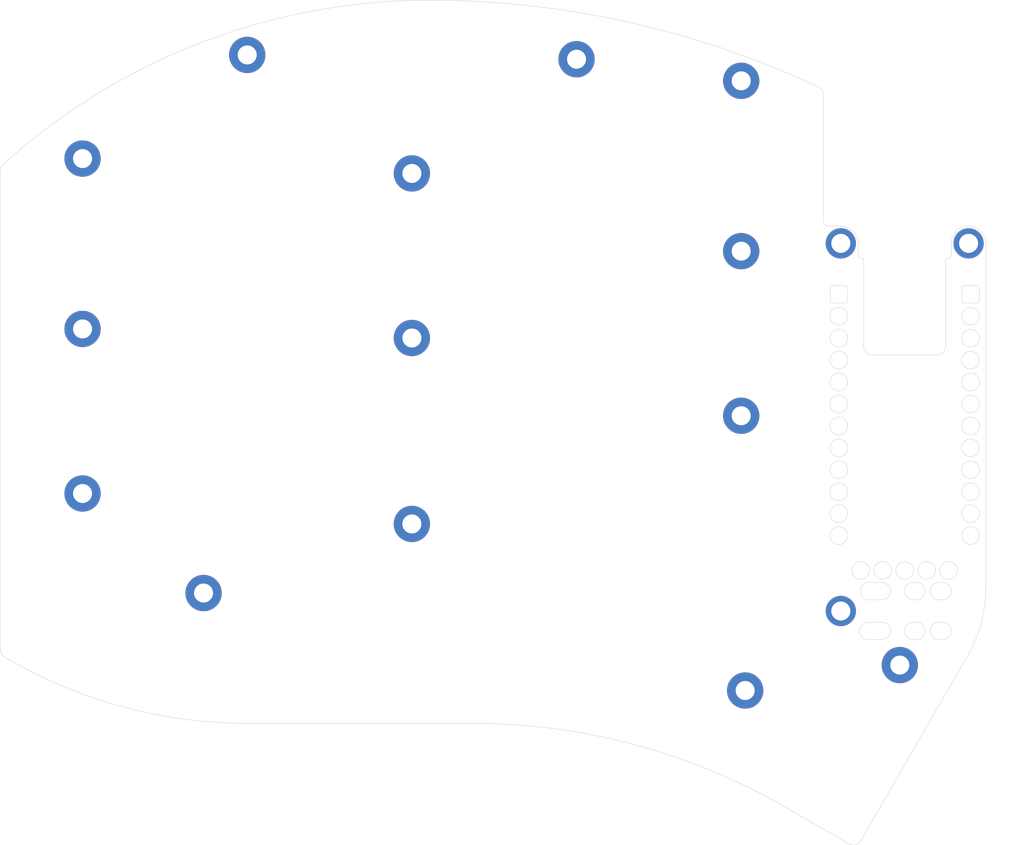
<source format=kicad_pcb>
(kicad_pcb (version 20221018) (generator pcbnew)
  (layers (0 "F.Cu" signal) (31 "B.Cu" signal) (34 "B.Paste" user) (35 "F.Paste" user) (36 "B.SilkS" user "B.Silkscreen") (37 "F.SilkS" user "F.Silkscreen") (38 "B.Mask" user) (39 "F.Mask" user) (44 "Edge.Cuts" user))
  (net 0 "")
  (net 1 "GND")
  (footprint "tako:M2_hole_4.2mm" (layer "F.Cu") (at 163.844577 65)
    (fp_text reference "H1" hide)
    (fp_text value "MountingHole" hide)
    (pad "" thru_hole circle (at 0 0) (size 4.2 4.2) (drill 2.2) (layers "*.Cu" "*.Mask") (net 1 "GND"))
  )
  (footprint "tako:M2_hole_4.2mm" (layer "F.Cu") (at 220.994586 53.5)
    (fp_text reference "H9" hide)
    (fp_text value "MountingHole" hide)
    (pad "" thru_hole circle (at 0 0) (size 4.2 4.2) (drill 2.2) (layers "*.Cu" "*.Mask") (net 1 "GND"))
  )
  (footprint "tako:M2_hole_4.2mm" (layer "F.Cu") (at 240.044584 56)
    (fp_text reference "H10" hide)
    (fp_text value "MountingHole" hide)
    (pad "" thru_hole circle (at 0 0) (size 4.2 4.2) (drill 2.2) (layers "*.Cu" "*.Mask") (net 1 "GND"))
  )
  (footprint "tako:M2_hole_4.2mm" (layer "F.Cu") (at 240.502931 126.577037 -22.5)
    (fp_text reference "H13" hide)
    (fp_text value "MountingHole" hide)
    (pad "" thru_hole circle (at 0 0 337.5) (size 4.2 4.2) (drill 2.2) (layers "*.Cu" "*.Mask") (net 1 "GND"))
  )
  (footprint "tako:M2_hole_4.2mm" (layer "F.Cu") (at 163.844575 84.719433)
    (fp_text reference "H2" hide)
    (fp_text value "MountingHole" hide)
    (pad "" thru_hole circle (at 0 0) (size 4.2 4.2) (drill 2.2) (layers "*.Cu" "*.Mask") (net 1 "GND"))
  )
  (footprint "tako:M2_hole_4.2mm" (layer "F.Cu") (at 177.844584 115.294441)
    (fp_text reference "H5" hide)
    (fp_text value "MountingHole" hide)
    (pad "" thru_hole circle (at 0 0) (size 4.2 4.2) (drill 2.2) (layers "*.Cu" "*.Mask") (net 1 "GND"))
  )
  (footprint "tako:M2_hole_3.5mm" (layer "F.Cu") (at 251.569035 74.814474)
    (fp_text reference "H15" hide)
    (fp_text value "MountingHole" hide)
    (pad "" thru_hole circle (at 0 0) (size 3.5 3.5) (drill 2.2) (layers "*.Cu" "*.Mask") (net 1 "GND"))
  )
  (footprint "tako:TRRS-PJ-320A_cutout" (layer "F.Cu") (at 266.327551 117.373366 -90)
    (fp_text reference "J1")
    (fp_text value "MJ-4PP-9")
    (fp_line (start -3.3 3.4) (end -3.3 3) (stroke (width 0.05)) (layer "Edge.Cuts"))
    (fp_line (start -3.3 6.4) (end -3.3 6) (stroke (width 0.05)) (layer "Edge.Cuts"))
    (fp_line (start -3.3 11.5) (end -3.3 10) (stroke (width 0.05)) (layer "Edge.Cuts"))
    (fp_line (start -1.3 3) (end -1.3 3.4) (stroke (width 0.05)) (layer "Edge.Cuts"))
    (fp_line (start -1.3 6) (end -1.3 6.4) (stroke (width 0.05)) (layer "Edge.Cuts"))
    (fp_line (start -1.3 10) (end -1.3 11.5) (stroke (width 0.05)) (layer "Edge.Cuts"))
    (fp_line (start 1.3 3) (end 1.3 3.4) (stroke (width 0.05)) (layer "Edge.Cuts"))
    (fp_line (start 1.3 6) (end 1.3 6.4) (stroke (width 0.05)) (layer "Edge.Cuts"))
    (fp_line (start 1.3 10) (end 1.3 11.6) (stroke (width 0.05)) (layer "Edge.Cuts"))
    (fp_line (start 3.3 3.4) (end 3.3 3) (stroke (width 0.05)) (layer "Edge.Cuts"))
    (fp_line (start 3.3 6.4) (end 3.3 6) (stroke (width 0.05)) (layer "Edge.Cuts"))
    (fp_line (start 3.3 11.6) (end 3.3 10) (stroke (width 0.05)) (layer "Edge.Cuts"))
    (fp_arc (start -3.3 3) (mid -2.3 2) (end -1.3 3) (stroke (width 0.05)) (layer "Edge.Cuts"))
    (fp_arc (start -3.3 6) (mid -2.3 5) (end -1.3 6) (stroke (width 0.05)) (layer "Edge.Cuts"))
    (fp_arc (start -3.3 10) (mid -2.3 9) (end -1.3 10) (stroke (width 0.05)) (layer "Edge.Cuts"))
    (fp_arc (start -1.3 3.4) (mid -2.3 4.4) (end -3.3 3.4) (stroke (width 0.05)) (layer "Edge.Cuts"))
    (fp_arc (start -1.3 6.4) (mid -2.3 7.4) (end -3.3 6.4) (stroke (width 0.05)) (layer "Edge.Cuts"))
    (fp_arc (start -1.3 11.5) (mid -2.3 12.5) (end -3.3 11.5) (stroke (width 0.05)) (layer "Edge.Cuts"))
    (fp_arc (start 1.3 3) (mid 2.3 2) (end 3.3 3) (stroke (width 0.05)) (layer "Edge.Cuts"))
    (fp_arc (start 1.3 6) (mid 2.3 5) (end 3.3 6) (stroke (width 0.05)) (layer "Edge.Cuts"))
    (fp_arc (start 1.3 10) (mid 2.3 9) (end 3.3 10) (stroke (width 0.05)) (layer "Edge.Cuts"))
    (fp_arc (start 3.3 3.4) (mid 2.3 4.4) (end 1.3 3.4) (stroke (width 0.05)) (layer "Edge.Cuts"))
    (fp_arc (start 3.3 6.4) (mid 2.3 7.4) (end 1.3 6.4) (stroke (width 0.05)) (layer "Edge.Cuts"))
    (fp_arc (start 3.3 11.6) (mid 2.3 12.6) (end 1.3 11.6) (stroke (width 0.05)) (layer "Edge.Cuts"))
  )
  (footprint "tako:M2_hole_3.5mm" (layer "F.Cu") (at 251.569036 117.373366)
    (fp_text reference "H15" hide)
    (fp_text value "MountingHole" hide)
    (pad "" thru_hole circle (at 0 0) (size 3.5 3.5) (drill 2.2) (layers "*.Cu" "*.Mask") (net 1 "GND"))
  )
  (footprint "tako:M2_hole_4.2mm" (layer "F.Cu") (at 258.393583 123.632934 -22.5)
    (fp_text reference "H14" hide)
    (fp_text value "MountingHole" hide)
    (pad "" thru_hole circle (at 0 0 337.5) (size 4.2 4.2) (drill 2.2) (layers "*.Cu" "*.Mask") (net 1 "GND"))
  )
  (footprint "tako:M2_hole_4.2mm" (layer "F.Cu") (at 240.044582 94.768938)
    (fp_text reference "H12" hide)
    (fp_text value "MountingHole" hide)
    (pad "" thru_hole circle (at 0 0) (size 4.2 4.2) (drill 2.2) (layers "*.Cu" "*.Mask") (net 1 "GND"))
  )
  (footprint "tako:M2_hole_4.2mm" (layer "F.Cu") (at 201.944578 66.718938)
    (fp_text reference "H6" hide)
    (fp_text value "MountingHole" hide)
    (pad "" thru_hole circle (at 0 0) (size 4.2 4.2) (drill 2.2) (layers "*.Cu" "*.Mask") (net 1 "GND"))
  )
  (footprint "tako:M2_hole_4.2mm" (layer "F.Cu") (at 182.894581 53)
    (fp_text reference "H4" hide)
    (fp_text value "MountingHole" hide)
    (pad "" thru_hole circle (at 0 0) (size 4.2 4.2) (drill 2.2) (layers "*.Cu" "*.Mask") (net 1 "GND"))
  )
  (footprint "tako:M2_hole_4.2mm" (layer "F.Cu") (at 240.044585 75.718938)
    (fp_text reference "H11" hide)
    (fp_text value "MountingHole" hide)
    (pad "" thru_hole circle (at 0 0) (size 4.2 4.2) (drill 2.2) (layers "*.Cu" "*.Mask") (net 1 "GND"))
  )
  (footprint "tako:nice_view_cutout" (layer "F.Cu") (at 258.959365 96.186577)
    (fp_text reference "DISP1")
    (fp_text value "nice!view" hide)
    (fp_circle (center -5.08 16.48) (end -4.055 16.48) (stroke (width 0.05)) (fill none) (layer "Edge.Cuts"))
    (fp_circle (center -2.54 16.48) (end -1.515 16.48) (stroke (width 0.05)) (fill none) (layer "Edge.Cuts"))
    (fp_circle (center 0 16.48) (end 1.025 16.48) (stroke (width 0.05)) (fill none) (layer "Edge.Cuts"))
    (fp_circle (center 2.54 16.48) (end 3.565 16.48) (stroke (width 0.05)) (fill none) (layer "Edge.Cuts"))
    (fp_circle (center 5.08 16.48) (end 6.105 16.48) (stroke (width 0.05)) (fill none) (layer "Edge.Cuts"))
  )
  (footprint "tako:M2_hole_3.5mm" (layer "F.Cu") (at 266.35036 74.81402)
    (fp_text reference "H16" hide)
    (fp_text value "MountingHole" hide)
    (pad "" thru_hole circle (at 0 0) (size 3.5 3.5) (drill 2.2) (layers "*.Cu" "*.Mask") (net 1 "GND"))
  )
  (footprint "tako:M2_hole_4.2mm" (layer "F.Cu") (at 201.944578 85.768938)
    (fp_text reference "H7" hide)
    (fp_text value "MountingHole" hide)
    (pad "" thru_hole circle (at 0 0) (size 4.2 4.2) (drill 2.2) (layers "*.Cu" "*.Mask") (net 1 "GND"))
  )
  (footprint "tako:M2_hole_4.2mm" (layer "F.Cu") (at 163.844586 103.769432)
    (fp_text reference "H3" hide)
    (fp_text value "MountingHole" hide)
    (pad "" thru_hole circle (at 0 0) (size 4.2 4.2) (drill 2.2) (layers "*.Cu" "*.Mask") (net 1 "GND"))
  )
  (footprint "tako:M2_hole_4.2mm" (layer "F.Cu") (at 201.944584 107.293935)
    (fp_text reference "H8" hide)
    (fp_text value "MountingHole" hide)
    (pad "" thru_hole circle (at 0 0) (size 4.2 4.2) (drill 2.2) (layers "*.Cu" "*.Mask") (net 1 "GND"))
  )
  (footprint "tako:ArduinoProMicro_cutout" (layer "B.Cu") (at 258.959612 94.677603 -90)
    (fp_text reference "U1" hide)
    (fp_text value "STeMCell" hide)
    (fp_line (start -14.97 -8.42) (end -14.97 -6.82) (stroke (width 0.05)) (layer "Edge.Cuts"))
    (fp_line (start -14.97 6.82) (end -14.97 8.42) (stroke (width 0.05)) (layer "Edge.Cuts"))
    (fp_line (start -14.77 -6.62) (end -13.17 -6.62) (stroke (width 0.05)) (layer "Edge.Cuts"))
    (fp_line (start -14.77 8.62) (end -13.17 8.62) (stroke (width 0.05)) (layer "Edge.Cuts"))
    (fp_line (start -13.17 -8.62) (end -14.77 -8.62) (stroke (width 0.05)) (layer "Edge.Cuts"))
    (fp_line (start -13.17 6.62) (end -14.77 6.62) (stroke (width 0.05)) (layer "Edge.Cuts"))
    (fp_line (start -12.97 -6.82) (end -12.97 -8.42) (stroke (width 0.05)) (layer "Edge.Cuts"))
    (fp_line (start -12.97 8.42) (end -12.97 6.82) (stroke (width 0.05)) (layer "Edge.Cuts"))
    (fp_arc (start -14.97 -8.42) (mid -14.911421 -8.561421) (end -14.77 -8.62) (stroke (width 0.05)) (layer "Edge.Cuts"))
    (fp_arc (start -14.97 6.82) (mid -14.911421 6.678579) (end -14.77 6.62) (stroke (width 0.05)) (layer "Edge.Cuts"))
    (fp_arc (start -14.77 -6.62) (mid -14.911421 -6.678579) (end -14.97 -6.82) (stroke (width 0.05)) (layer "Edge.Cuts"))
    (fp_arc (start -14.77 8.62) (mid -14.911421 8.561421) (end -14.97 8.42) (stroke (width 0.05)) (layer "Edge.Cuts"))
    (fp_arc (start -13.17 -8.62) (mid -13.028579 -8.561421) (end -12.97 -8.42) (stroke (width 0.05)) (layer "Edge.Cuts"))
    (fp_arc (start -13.17 6.62) (mid -13.028579 6.678579) (end -12.97 6.82) (stroke (width 0.05)) (layer "Edge.Cuts"))
    (fp_arc (start -12.97 -6.82) (mid -13.028579 -6.678579) (end -13.17 -6.62) (stroke (width 0.05)) (layer "Edge.Cuts"))
    (fp_arc (start -12.97 8.42) (mid -13.028579 8.561421) (end -13.17 8.62) (stroke (width 0.05)) (layer "Edge.Cuts"))
    (fp_circle (center -11.43 -7.62) (end -10.405 -7.62) (stroke (width 0.05)) (fill none) (layer "Edge.Cuts"))
    (fp_circle (center -11.43 7.62) (end -10.405 7.62) (stroke (width 0.05)) (fill none) (layer "Edge.Cuts"))
    (fp_circle (center -8.89 -7.62) (end -7.865 -7.62) (stroke (width 0.05)) (fill none) (layer "Edge.Cuts"))
    (fp_circle (center -8.89 7.62) (end -7.865 7.62) (stroke (width 0.05)) (fill none) (layer "Edge.Cuts"))
    (fp_circle (center -6.35 -7.62) (end -5.325 -7.62) (stroke (width 0.05)) (fill none) (layer "Edge.Cuts"))
    (fp_circle (center -6.35 7.62) (end -5.325 7.62) (stroke (width 0.05)) (fill none) (layer "Edge.Cuts"))
    (fp_circle (center -3.81 -7.62) (end -2.785 -7.62) (stroke (width 0.05)) (fill none) (layer "Edge.Cuts"))
    (fp_circle (center -3.81 7.62) (end -2.785 7.62) (stroke (width 0.05)) (fill none) (layer "Edge.Cuts"))
    (fp_circle (center -1.27 -7.62) (end -0.245 -7.62) (stroke (width 0.05)) (fill none) (layer "Edge.Cuts"))
    (fp_circle (center -1.27 7.62) (end -0.245 7.62) (stroke (width 0.05)) (fill none) (layer "Edge.Cuts"))
    (fp_circle (center 1.27 -7.62) (end 2.295 -7.62) (stroke (width 0.05)) (fill none) (layer "Edge.Cuts"))
    (fp_circle (center 1.27 7.62) (end 2.295 7.62) (stroke (width 0.05)) (fill none) (layer "Edge.Cuts"))
    (fp_circle (center 3.81 -7.62) (end 4.835 -7.62) (stroke (width 0.05)) (fill none) (layer "Edge.Cuts"))
    (fp_circle (center 3.81 7.62) (end 4.835 7.62) (stroke (width 0.05)) (fill none) (layer "Edge.Cuts"))
    (fp_circle (center 6.35 -7.62) (end 7.375 -7.62) (stroke (width 0.05)) (fill none) (layer "Edge.Cuts"))
    (fp_circle (center 6.35 7.62) (end 7.375 7.62) (stroke (width 0.05)) (fill none) (layer "Edge.Cuts"))
    (fp_circle (center 8.89 -7.62) (end 9.915 -7.62) (stroke (width 0.05)) (fill none) (layer "Edge.Cuts"))
    (fp_circle (center 8.89 7.62) (end 9.915 7.62) (stroke (width 0.05)) (fill none) (layer "Edge.Cuts"))
    (fp_circle (center 11.43 -7.62) (end 12.455 -7.62) (stroke (width 0.05)) (fill none) (layer "Edge.Cuts"))
    (fp_circle (center 11.43 7.62) (end 12.455 7.62) (stroke (width 0.05)) (fill none) (layer "Edge.Cuts"))
    (fp_circle (center 13.97 -7.62) (end 14.995 -7.62) (stroke (width 0.05)) (fill none) (layer "Edge.Cuts"))
    (fp_circle (center 13.97 7.62) (end 14.995 7.62) (stroke (width 0.05)) (fill none) (layer "Edge.Cuts"))
  )
  (gr_arc (start 254.109614 76.564362) (mid 254.180325 76.593651) (end 254.209614 76.664362) (stroke (width 0.05)) (layer "Edge.Cuts"))
  (gr_arc (start 203.944324 46.668516) (mid 227.022147 49.210157) (end 248.99378 56.713034) (stroke (width 0.05)) (layer "Edge.Cuts"))
  (gr_line (start 249.569037 72.314471) (end 249.569038 57.618609) (stroke (width 0.05)) (layer "Edge.Cuts"))
  (gr_arc (start 154.793377 122.668945) (mid 154.446319 122.305775) (end 154.319976 121.819589) (stroke (width 0.05)) (layer "Edge.Cuts"))
  (gr_arc (start 264.350169 74.813834) (mid 264.935987 73.399573) (end 266.350305 72.813848) (stroke (width 0.05)) (layer "Edge.Cuts"))
  (gr_arc (start 182.894889 130.369933) (mid 168.326092 128.409813) (end 154.793377 122.668945) (stroke (width 0.05)) (layer "Edge.Cuts"))
  (gr_line (start 208.95677 130.369593) (end 182.894889 130.369933) (stroke (width 0.05)) (layer "Edge.Cuts"))
  (gr_arc (start 263.709614 76.664362) (mid 263.738903 76.593651) (end 263.809614 76.564362) (stroke (width 0.05)) (layer "Edge.Cuts"))
  (gr_line (start 154.319982 66.419689) (end 154.319976 121.819589) (stroke (width 0.05)) (layer "Edge.Cuts"))
  (gr_line (start 250.069042 72.814472) (end 251.568981 72.814298) (stroke (width 0.05)) (layer "Edge.Cuts"))
  (gr_line (start 252.514998 144.324731) (end 245.132311 140.062329) (stroke (width 0.05)) (layer "Edge.Cuts"))
  (gr_arc (start 251.568981 72.814298) (mid 252.983242 73.400142) (end 253.568966 74.814434) (stroke (width 0.05)) (layer "Edge.Cuts"))
  (gr_line (start 253.881031 143.958696) (end 266.603286 121.922911) (stroke (width 0.05)) (layer "Edge.Cuts"))
  (gr_line (start 263.84999 76.563759) (end 263.809614 76.564362) (stroke (width 0.05)) (layer "Edge.Cuts"))
  (gr_arc (start 253.881031 143.958696) (mid 253.273836 144.424677) (end 252.514998 144.324731) (stroke (width 0.05)) (layer "Edge.Cuts"))
  (gr_arc (start 268.349974 114.598748) (mid 267.892889 118.3601) (end 266.603286 121.922911) (stroke (width 0.05)) (layer "Edge.Cuts"))
  (gr_arc (start 154.319982 66.419689) (mid 154.404509 66.017357) (end 154.643782 65.683034) (stroke (width 0.05)) (layer "Edge.Cuts"))
  (gr_line (start 268.350295 74.813983) (end 268.349978 114.598748) (stroke (width 0.05)) (layer "Edge.Cuts"))
  (gr_arc (start 263.709614 86.726078) (mid 263.416721 87.433185) (end 262.709614 87.726078) (stroke (width 0.05)) (layer "Edge.Cuts"))
  (gr_arc (start 250.069042 72.814472) (mid 249.715487 72.668025) (end 249.569037 72.314471) (stroke (width 0.05)) (layer "Edge.Cuts"))
  (gr_arc (start 208.95677 130.369593) (mid 227.682547 132.834773) (end 245.132311 140.062329) (stroke (width 0.05)) (layer "Edge.Cuts"))
  (gr_line (start 253.568966 74.814434) (end 253.569138 76.064364) (stroke (width 0.05)) (layer "Edge.Cuts"))
  (gr_arc (start 264.349959 76.063763) (mid 264.203505 76.417286) (end 263.84999 76.563759) (stroke (width 0.05)) (layer "Edge.Cuts"))
  (gr_line (start 263.709614 86.726078) (end 263.709614 76.664362) (stroke (width 0.05)) (layer "Edge.Cuts"))
  (gr_arc (start 254.069147 76.564362) (mid 253.715593 76.417917) (end 253.569138 76.064364) (stroke (width 0.05)) (layer "Edge.Cuts"))
  (gr_line (start 255.209614 87.726078) (end 262.709614 87.726078) (stroke (width 0.05)) (layer "Edge.Cuts"))
  (gr_arc (start 154.643782 65.683034) (mid 177.524181 51.586878) (end 203.944324 46.668516) (stroke (width 0.05)) (layer "Edge.Cuts"))
  (gr_line (start 254.209614 76.664362) (end 254.209614 86.726078) (stroke (width 0.05)) (layer "Edge.Cuts"))
  (gr_arc (start 248.99378 56.713034) (mid 249.413092 57.082181) (end 249.569038 57.618609) (stroke (width 0.05)) (layer "Edge.Cuts"))
  (gr_arc (start 266.350305 72.813848) (mid 267.764503 73.399732) (end 268.350295 74.813983) (stroke (width 0.05)) (layer "Edge.Cuts"))
  (gr_line (start 264.349996 76.063763) (end 264.350169 74.813834) (stroke (width 0.05)) (layer "Edge.Cuts"))
  (gr_line (start 254.109614 76.564362) (end 254.069147 76.564362) (stroke (width 0.05)) (layer "Edge.Cuts"))
  (gr_arc (start 255.209614 87.726078) (mid 254.502507 87.433185) (end 254.209614 86.726078) (stroke (width 0.05)) (layer "Edge.Cuts"))
)
</source>
